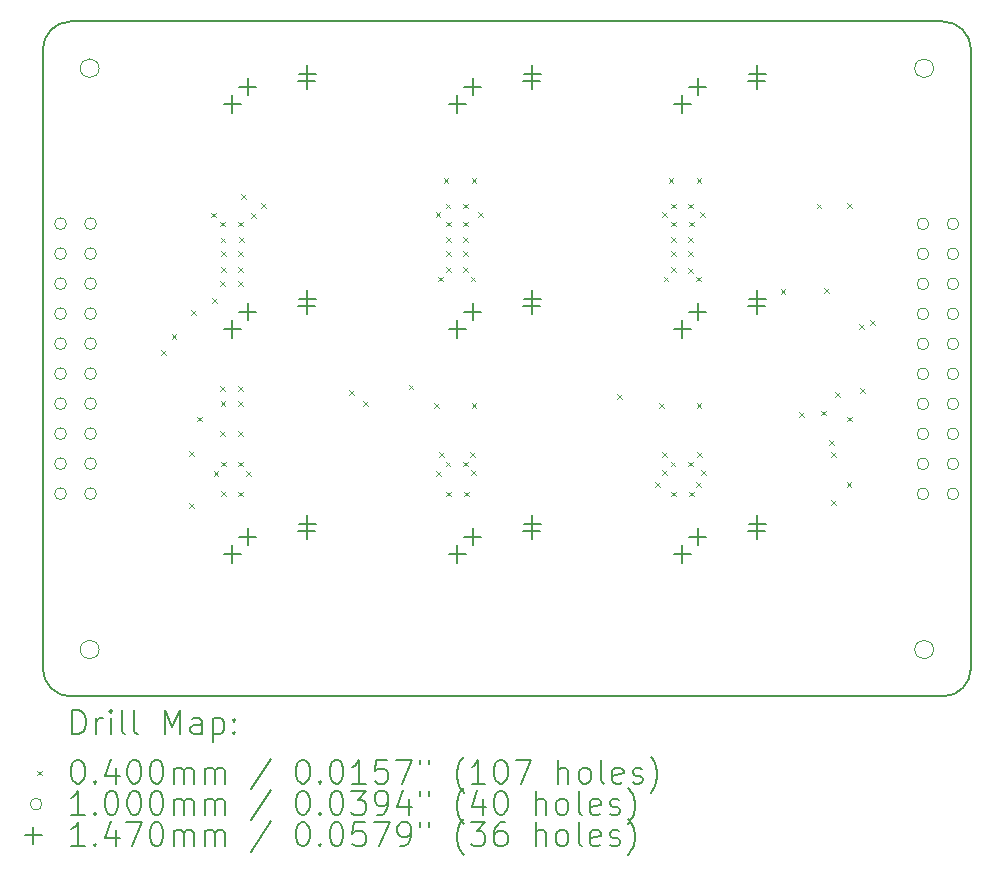
<source format=gbr>
%TF.GenerationSoftware,KiCad,Pcbnew,(6.0.9)*%
%TF.CreationDate,2023-03-10T16:46:29-06:00*%
%TF.ProjectId,Programmable Keys,50726f67-7261-46d6-9d61-626c65204b65,rev?*%
%TF.SameCoordinates,Original*%
%TF.FileFunction,Drillmap*%
%TF.FilePolarity,Positive*%
%FSLAX45Y45*%
G04 Gerber Fmt 4.5, Leading zero omitted, Abs format (unit mm)*
G04 Created by KiCad (PCBNEW (6.0.9)) date 2023-03-10 16:46:29*
%MOMM*%
%LPD*%
G01*
G04 APERTURE LIST*
%ADD10C,0.150000*%
%ADD11C,0.100000*%
%ADD12C,0.200000*%
%ADD13C,0.040000*%
%ADD14C,0.147000*%
G04 APERTURE END LIST*
D10*
X14763750Y-10715625D02*
G75*
G03*
X15001875Y-10953750I237600J-525D01*
G01*
D11*
X15240000Y-10556875D02*
G75*
G03*
X15240000Y-10556875I-79375J0D01*
G01*
D10*
X15001875Y-5238750D02*
X22383750Y-5238750D01*
D11*
X22304375Y-10556875D02*
G75*
G03*
X22304375Y-10556875I-79375J0D01*
G01*
D10*
X22383750Y-10953755D02*
G75*
G03*
X22621875Y-10715625I-10J238135D01*
G01*
X14763750Y-10715625D02*
X14763750Y-5476875D01*
X15001875Y-10953750D02*
X22383750Y-10953750D01*
D11*
X22304375Y-5635625D02*
G75*
G03*
X22304375Y-5635625I-79375J0D01*
G01*
D10*
X22621870Y-5476875D02*
G75*
G03*
X22383750Y-5238750I-238120J5D01*
G01*
X22621875Y-5476875D02*
X22621875Y-10715625D01*
D11*
X15240000Y-5635625D02*
G75*
G03*
X15240000Y-5635625I-79375J0D01*
G01*
D10*
X15001875Y-5238750D02*
G75*
G03*
X14763750Y-5476875I5J-238130D01*
G01*
D12*
D13*
X15765000Y-8019700D02*
X15805000Y-8059700D01*
X15805000Y-8019700D02*
X15765000Y-8059700D01*
X15855000Y-7887450D02*
X15895000Y-7927450D01*
X15895000Y-7887450D02*
X15855000Y-7927450D01*
X16000000Y-8875000D02*
X16040000Y-8915000D01*
X16040000Y-8875000D02*
X16000000Y-8915000D01*
X16000000Y-9320000D02*
X16040000Y-9360000D01*
X16040000Y-9320000D02*
X16000000Y-9360000D01*
X16017550Y-7685000D02*
X16057550Y-7725000D01*
X16057550Y-7685000D02*
X16017550Y-7725000D01*
X16070000Y-8585000D02*
X16110000Y-8625000D01*
X16110000Y-8585000D02*
X16070000Y-8625000D01*
X16190000Y-6858800D02*
X16230000Y-6898800D01*
X16230000Y-6858800D02*
X16190000Y-6898800D01*
X16200000Y-7580000D02*
X16240000Y-7620000D01*
X16240000Y-7580000D02*
X16200000Y-7620000D01*
X16210000Y-9045000D02*
X16250000Y-9085000D01*
X16250000Y-9045000D02*
X16210000Y-9085000D01*
X16265000Y-6935000D02*
X16305000Y-6975000D01*
X16305000Y-6935000D02*
X16265000Y-6975000D01*
X16265000Y-7440000D02*
X16305000Y-7480000D01*
X16305000Y-7440000D02*
X16265000Y-7480000D01*
X16265000Y-8325000D02*
X16305000Y-8365000D01*
X16305000Y-8325000D02*
X16265000Y-8365000D01*
X16265000Y-8710000D02*
X16305000Y-8750000D01*
X16305000Y-8710000D02*
X16265000Y-8750000D01*
X16270000Y-7070000D02*
X16310000Y-7110000D01*
X16310000Y-7070000D02*
X16270000Y-7110000D01*
X16270000Y-8455000D02*
X16310000Y-8495000D01*
X16310000Y-8455000D02*
X16270000Y-8495000D01*
X16274675Y-7185000D02*
X16314675Y-7225000D01*
X16314675Y-7185000D02*
X16274675Y-7225000D01*
X16274675Y-7320000D02*
X16314675Y-7360000D01*
X16314675Y-7320000D02*
X16274675Y-7360000D01*
X16274675Y-8965000D02*
X16314675Y-9005000D01*
X16314675Y-8965000D02*
X16274675Y-9005000D01*
X16274675Y-9215000D02*
X16314675Y-9255000D01*
X16314675Y-9215000D02*
X16274675Y-9255000D01*
X16419575Y-6935000D02*
X16459575Y-6975000D01*
X16459575Y-6935000D02*
X16419575Y-6975000D01*
X16419575Y-7185000D02*
X16459575Y-7225000D01*
X16459575Y-7185000D02*
X16419575Y-7225000D01*
X16419575Y-7320000D02*
X16459575Y-7360000D01*
X16459575Y-7320000D02*
X16419575Y-7360000D01*
X16419575Y-7435000D02*
X16459575Y-7475000D01*
X16459575Y-7435000D02*
X16419575Y-7475000D01*
X16419575Y-7435000D02*
X16459575Y-7475000D01*
X16459575Y-7435000D02*
X16419575Y-7475000D01*
X16419575Y-8325000D02*
X16459575Y-8365000D01*
X16459575Y-8325000D02*
X16419575Y-8365000D01*
X16419575Y-8455000D02*
X16459575Y-8495000D01*
X16459575Y-8455000D02*
X16419575Y-8495000D01*
X16419575Y-8710000D02*
X16459575Y-8750000D01*
X16459575Y-8710000D02*
X16419575Y-8750000D01*
X16419575Y-9220000D02*
X16459575Y-9260000D01*
X16459575Y-9220000D02*
X16419575Y-9260000D01*
X16420000Y-8965000D02*
X16460000Y-9005000D01*
X16460000Y-8965000D02*
X16420000Y-9005000D01*
X16425000Y-7065000D02*
X16465000Y-7105000D01*
X16465000Y-7065000D02*
X16425000Y-7105000D01*
X16440000Y-6702050D02*
X16480000Y-6742050D01*
X16480000Y-6702050D02*
X16440000Y-6742050D01*
X16485000Y-9045000D02*
X16525000Y-9085000D01*
X16525000Y-9045000D02*
X16485000Y-9085000D01*
X16525000Y-6860000D02*
X16565000Y-6900000D01*
X16565000Y-6860000D02*
X16525000Y-6900000D01*
X16610000Y-6780000D02*
X16650000Y-6820000D01*
X16650000Y-6780000D02*
X16610000Y-6820000D01*
X17360000Y-8360000D02*
X17400000Y-8400000D01*
X17400000Y-8360000D02*
X17360000Y-8400000D01*
X17475000Y-8455000D02*
X17515000Y-8495000D01*
X17515000Y-8455000D02*
X17475000Y-8495000D01*
X17860000Y-8315000D02*
X17900000Y-8355000D01*
X17900000Y-8315000D02*
X17860000Y-8355000D01*
X18077500Y-8473125D02*
X18117500Y-8513125D01*
X18117500Y-8473125D02*
X18077500Y-8513125D01*
X18090000Y-6855000D02*
X18130000Y-6895000D01*
X18130000Y-6855000D02*
X18090000Y-6895000D01*
X18095000Y-9045000D02*
X18135000Y-9085000D01*
X18135000Y-9045000D02*
X18095000Y-9085000D01*
X18110000Y-7400000D02*
X18150000Y-7440000D01*
X18150000Y-7400000D02*
X18110000Y-7440000D01*
X18118228Y-8882738D02*
X18158228Y-8922738D01*
X18158228Y-8882738D02*
X18118228Y-8922738D01*
X18156875Y-6568125D02*
X18196875Y-6608125D01*
X18196875Y-6568125D02*
X18156875Y-6608125D01*
X18175000Y-6782550D02*
X18215000Y-6822550D01*
X18215000Y-6782550D02*
X18175000Y-6822550D01*
X18175000Y-8965000D02*
X18215000Y-9005000D01*
X18215000Y-8965000D02*
X18175000Y-9005000D01*
X18179675Y-6935000D02*
X18219675Y-6975000D01*
X18219675Y-6935000D02*
X18179675Y-6975000D01*
X18179675Y-7065000D02*
X18219675Y-7105000D01*
X18219675Y-7065000D02*
X18179675Y-7105000D01*
X18179675Y-7185000D02*
X18219675Y-7225000D01*
X18219675Y-7185000D02*
X18179675Y-7225000D01*
X18179675Y-7320000D02*
X18219675Y-7360000D01*
X18219675Y-7320000D02*
X18179675Y-7360000D01*
X18179675Y-9220000D02*
X18219675Y-9260000D01*
X18219675Y-9220000D02*
X18179675Y-9260000D01*
X18324575Y-6935000D02*
X18364575Y-6975000D01*
X18364575Y-6935000D02*
X18324575Y-6975000D01*
X18324575Y-7065000D02*
X18364575Y-7105000D01*
X18364575Y-7065000D02*
X18324575Y-7105000D01*
X18324575Y-7185000D02*
X18364575Y-7225000D01*
X18364575Y-7185000D02*
X18324575Y-7225000D01*
X18324575Y-7320000D02*
X18364575Y-7360000D01*
X18364575Y-7320000D02*
X18324575Y-7360000D01*
X18325000Y-6782550D02*
X18365000Y-6822550D01*
X18365000Y-6782550D02*
X18325000Y-6822550D01*
X18325000Y-8965000D02*
X18365000Y-9005000D01*
X18365000Y-8965000D02*
X18325000Y-9005000D01*
X18330000Y-9220000D02*
X18370000Y-9260000D01*
X18370000Y-9220000D02*
X18330000Y-9260000D01*
X18384107Y-8884400D02*
X18424107Y-8924400D01*
X18424107Y-8884400D02*
X18384107Y-8924400D01*
X18385000Y-7400000D02*
X18425000Y-7440000D01*
X18425000Y-7400000D02*
X18385000Y-7440000D01*
X18390461Y-9040531D02*
X18430461Y-9080531D01*
X18430461Y-9040531D02*
X18390461Y-9080531D01*
X18395000Y-6568125D02*
X18435000Y-6608125D01*
X18435000Y-6568125D02*
X18395000Y-6608125D01*
X18395000Y-8473125D02*
X18435000Y-8513125D01*
X18435000Y-8473125D02*
X18395000Y-8513125D01*
X18450000Y-6855000D02*
X18490000Y-6895000D01*
X18490000Y-6855000D02*
X18450000Y-6895000D01*
X19625000Y-8395000D02*
X19665000Y-8435000D01*
X19665000Y-8395000D02*
X19625000Y-8435000D01*
X19950000Y-9140000D02*
X19990000Y-9180000D01*
X19990000Y-9140000D02*
X19950000Y-9180000D01*
X19982500Y-8473125D02*
X20022500Y-8513125D01*
X20022500Y-8473125D02*
X19982500Y-8513125D01*
X20005000Y-6855000D02*
X20045000Y-6895000D01*
X20045000Y-6855000D02*
X20005000Y-6895000D01*
X20005000Y-9040000D02*
X20045000Y-9080000D01*
X20045000Y-9040000D02*
X20005000Y-9080000D01*
X20010000Y-8885000D02*
X20050000Y-8925000D01*
X20050000Y-8885000D02*
X20010000Y-8925000D01*
X20020000Y-7400000D02*
X20060000Y-7440000D01*
X20060000Y-7400000D02*
X20020000Y-7440000D01*
X20061875Y-6568125D02*
X20101875Y-6608125D01*
X20101875Y-6568125D02*
X20061875Y-6608125D01*
X20080000Y-8965000D02*
X20120000Y-9005000D01*
X20120000Y-8965000D02*
X20080000Y-9005000D01*
X20084675Y-6782550D02*
X20124675Y-6822550D01*
X20124675Y-6782550D02*
X20084675Y-6822550D01*
X20084675Y-6935000D02*
X20124675Y-6975000D01*
X20124675Y-6935000D02*
X20084675Y-6975000D01*
X20084675Y-7065000D02*
X20124675Y-7105000D01*
X20124675Y-7065000D02*
X20084675Y-7105000D01*
X20084675Y-7185000D02*
X20124675Y-7225000D01*
X20124675Y-7185000D02*
X20084675Y-7225000D01*
X20084675Y-7320000D02*
X20124675Y-7360000D01*
X20124675Y-7320000D02*
X20084675Y-7360000D01*
X20084675Y-9220000D02*
X20124675Y-9260000D01*
X20124675Y-9220000D02*
X20084675Y-9260000D01*
X20229575Y-6782550D02*
X20269575Y-6822550D01*
X20269575Y-6782550D02*
X20229575Y-6822550D01*
X20229575Y-7065000D02*
X20269575Y-7105000D01*
X20269575Y-7065000D02*
X20229575Y-7105000D01*
X20229575Y-8965000D02*
X20269575Y-9005000D01*
X20269575Y-8965000D02*
X20229575Y-9005000D01*
X20230000Y-7185000D02*
X20270000Y-7225000D01*
X20270000Y-7185000D02*
X20230000Y-7225000D01*
X20230000Y-7325000D02*
X20270000Y-7365000D01*
X20270000Y-7325000D02*
X20230000Y-7365000D01*
X20235000Y-6935000D02*
X20275000Y-6975000D01*
X20275000Y-6935000D02*
X20235000Y-6975000D01*
X20235000Y-9220000D02*
X20275000Y-9260000D01*
X20275000Y-9220000D02*
X20235000Y-9260000D01*
X20294107Y-9139400D02*
X20334107Y-9179400D01*
X20334107Y-9139400D02*
X20294107Y-9179400D01*
X20295461Y-7400531D02*
X20335461Y-7440531D01*
X20335461Y-7400531D02*
X20295461Y-7440531D01*
X20300000Y-6568125D02*
X20340000Y-6608125D01*
X20340000Y-6568125D02*
X20300000Y-6608125D01*
X20300000Y-8473125D02*
X20340000Y-8513125D01*
X20340000Y-8473125D02*
X20300000Y-8513125D01*
X20305000Y-8885000D02*
X20345000Y-8925000D01*
X20345000Y-8885000D02*
X20305000Y-8925000D01*
X20330000Y-6855000D02*
X20370000Y-6895000D01*
X20370000Y-6855000D02*
X20330000Y-6895000D01*
X20335000Y-9040000D02*
X20375000Y-9080000D01*
X20375000Y-9040000D02*
X20335000Y-9080000D01*
X21010000Y-7505000D02*
X21050000Y-7545000D01*
X21050000Y-7505000D02*
X21010000Y-7545000D01*
X21165000Y-8545575D02*
X21205000Y-8585575D01*
X21205000Y-8545575D02*
X21165000Y-8585575D01*
X21315000Y-6782550D02*
X21355000Y-6822550D01*
X21355000Y-6782550D02*
X21315000Y-6822550D01*
X21355000Y-8535000D02*
X21395000Y-8575000D01*
X21395000Y-8535000D02*
X21355000Y-8575000D01*
X21380000Y-7500000D02*
X21420000Y-7540000D01*
X21420000Y-7500000D02*
X21380000Y-7540000D01*
X21420000Y-8784200D02*
X21460000Y-8824200D01*
X21460000Y-8784200D02*
X21420000Y-8824200D01*
X21440000Y-8885000D02*
X21480000Y-8925000D01*
X21480000Y-8885000D02*
X21440000Y-8925000D01*
X21440000Y-9292200D02*
X21480000Y-9332200D01*
X21480000Y-9292200D02*
X21440000Y-9332200D01*
X21475000Y-8380000D02*
X21515000Y-8420000D01*
X21515000Y-8380000D02*
X21475000Y-8420000D01*
X21570000Y-9140000D02*
X21610000Y-9180000D01*
X21610000Y-9140000D02*
X21570000Y-9180000D01*
X21575000Y-6780000D02*
X21615000Y-6820000D01*
X21615000Y-6780000D02*
X21575000Y-6820000D01*
X21575000Y-8585000D02*
X21615000Y-8625000D01*
X21615000Y-8585000D02*
X21575000Y-8625000D01*
X21675000Y-7805000D02*
X21715000Y-7845000D01*
X21715000Y-7805000D02*
X21675000Y-7845000D01*
X21685000Y-8345000D02*
X21725000Y-8385000D01*
X21725000Y-8345000D02*
X21685000Y-8385000D01*
X21768154Y-7768773D02*
X21808154Y-7808773D01*
X21808154Y-7768773D02*
X21768154Y-7808773D01*
D11*
X14963500Y-6951250D02*
G75*
G03*
X14963500Y-6951250I-50000J0D01*
G01*
X14963500Y-7205250D02*
G75*
G03*
X14963500Y-7205250I-50000J0D01*
G01*
X14963500Y-7459250D02*
G75*
G03*
X14963500Y-7459250I-50000J0D01*
G01*
X14963500Y-7713250D02*
G75*
G03*
X14963500Y-7713250I-50000J0D01*
G01*
X14963500Y-7967250D02*
G75*
G03*
X14963500Y-7967250I-50000J0D01*
G01*
X14963500Y-8221250D02*
G75*
G03*
X14963500Y-8221250I-50000J0D01*
G01*
X14963500Y-8475250D02*
G75*
G03*
X14963500Y-8475250I-50000J0D01*
G01*
X14963500Y-8729250D02*
G75*
G03*
X14963500Y-8729250I-50000J0D01*
G01*
X14963500Y-8983250D02*
G75*
G03*
X14963500Y-8983250I-50000J0D01*
G01*
X14963500Y-9237250D02*
G75*
G03*
X14963500Y-9237250I-50000J0D01*
G01*
X15217500Y-6951250D02*
G75*
G03*
X15217500Y-6951250I-50000J0D01*
G01*
X15217500Y-7205250D02*
G75*
G03*
X15217500Y-7205250I-50000J0D01*
G01*
X15217500Y-7459250D02*
G75*
G03*
X15217500Y-7459250I-50000J0D01*
G01*
X15217500Y-7713250D02*
G75*
G03*
X15217500Y-7713250I-50000J0D01*
G01*
X15217500Y-7967250D02*
G75*
G03*
X15217500Y-7967250I-50000J0D01*
G01*
X15217500Y-8221250D02*
G75*
G03*
X15217500Y-8221250I-50000J0D01*
G01*
X15217500Y-8475250D02*
G75*
G03*
X15217500Y-8475250I-50000J0D01*
G01*
X15217500Y-8729250D02*
G75*
G03*
X15217500Y-8729250I-50000J0D01*
G01*
X15217500Y-8983250D02*
G75*
G03*
X15217500Y-8983250I-50000J0D01*
G01*
X15217500Y-9237250D02*
G75*
G03*
X15217500Y-9237250I-50000J0D01*
G01*
X22265625Y-6953750D02*
G75*
G03*
X22265625Y-6953750I-50000J0D01*
G01*
X22265625Y-7207750D02*
G75*
G03*
X22265625Y-7207750I-50000J0D01*
G01*
X22265625Y-7461750D02*
G75*
G03*
X22265625Y-7461750I-50000J0D01*
G01*
X22265625Y-7715750D02*
G75*
G03*
X22265625Y-7715750I-50000J0D01*
G01*
X22265625Y-7969750D02*
G75*
G03*
X22265625Y-7969750I-50000J0D01*
G01*
X22265625Y-8223750D02*
G75*
G03*
X22265625Y-8223750I-50000J0D01*
G01*
X22265625Y-8477750D02*
G75*
G03*
X22265625Y-8477750I-50000J0D01*
G01*
X22265625Y-8731750D02*
G75*
G03*
X22265625Y-8731750I-50000J0D01*
G01*
X22265625Y-8985750D02*
G75*
G03*
X22265625Y-8985750I-50000J0D01*
G01*
X22265625Y-9239750D02*
G75*
G03*
X22265625Y-9239750I-50000J0D01*
G01*
X22519625Y-6953750D02*
G75*
G03*
X22519625Y-6953750I-50000J0D01*
G01*
X22519625Y-7207750D02*
G75*
G03*
X22519625Y-7207750I-50000J0D01*
G01*
X22519625Y-7461750D02*
G75*
G03*
X22519625Y-7461750I-50000J0D01*
G01*
X22519625Y-7715750D02*
G75*
G03*
X22519625Y-7715750I-50000J0D01*
G01*
X22519625Y-7969750D02*
G75*
G03*
X22519625Y-7969750I-50000J0D01*
G01*
X22519625Y-8223750D02*
G75*
G03*
X22519625Y-8223750I-50000J0D01*
G01*
X22519625Y-8477750D02*
G75*
G03*
X22519625Y-8477750I-50000J0D01*
G01*
X22519625Y-8731750D02*
G75*
G03*
X22519625Y-8731750I-50000J0D01*
G01*
X22519625Y-8985750D02*
G75*
G03*
X22519625Y-8985750I-50000J0D01*
G01*
X22519625Y-9239750D02*
G75*
G03*
X22519625Y-9239750I-50000J0D01*
G01*
D14*
X16367125Y-5863750D02*
X16367125Y-6010750D01*
X16293625Y-5937250D02*
X16440625Y-5937250D01*
X16367125Y-7768750D02*
X16367125Y-7915750D01*
X16293625Y-7842250D02*
X16440625Y-7842250D01*
X16367125Y-9673750D02*
X16367125Y-9820750D01*
X16293625Y-9747250D02*
X16440625Y-9747250D01*
X16498125Y-5717750D02*
X16498125Y-5864750D01*
X16424625Y-5791250D02*
X16571625Y-5791250D01*
X16498125Y-7622750D02*
X16498125Y-7769750D01*
X16424625Y-7696250D02*
X16571625Y-7696250D01*
X16498125Y-9527750D02*
X16498125Y-9674750D01*
X16424625Y-9601250D02*
X16571625Y-9601250D01*
X16998125Y-5667750D02*
X16998125Y-5814750D01*
X16924625Y-5741250D02*
X17071625Y-5741250D01*
X16998125Y-7572750D02*
X16998125Y-7719750D01*
X16924625Y-7646250D02*
X17071625Y-7646250D01*
X16998125Y-9477750D02*
X16998125Y-9624750D01*
X16924625Y-9551250D02*
X17071625Y-9551250D01*
X17002125Y-5609750D02*
X17002125Y-5756750D01*
X16928625Y-5683250D02*
X17075625Y-5683250D01*
X17002125Y-7514750D02*
X17002125Y-7661750D01*
X16928625Y-7588250D02*
X17075625Y-7588250D01*
X17002125Y-9419750D02*
X17002125Y-9566750D01*
X16928625Y-9493250D02*
X17075625Y-9493250D01*
X18272125Y-5863750D02*
X18272125Y-6010750D01*
X18198625Y-5937250D02*
X18345625Y-5937250D01*
X18272125Y-7768750D02*
X18272125Y-7915750D01*
X18198625Y-7842250D02*
X18345625Y-7842250D01*
X18272125Y-9673750D02*
X18272125Y-9820750D01*
X18198625Y-9747250D02*
X18345625Y-9747250D01*
X18403125Y-5717750D02*
X18403125Y-5864750D01*
X18329625Y-5791250D02*
X18476625Y-5791250D01*
X18403125Y-7622750D02*
X18403125Y-7769750D01*
X18329625Y-7696250D02*
X18476625Y-7696250D01*
X18403125Y-9527750D02*
X18403125Y-9674750D01*
X18329625Y-9601250D02*
X18476625Y-9601250D01*
X18903125Y-5667750D02*
X18903125Y-5814750D01*
X18829625Y-5741250D02*
X18976625Y-5741250D01*
X18903125Y-7572750D02*
X18903125Y-7719750D01*
X18829625Y-7646250D02*
X18976625Y-7646250D01*
X18903125Y-9477750D02*
X18903125Y-9624750D01*
X18829625Y-9551250D02*
X18976625Y-9551250D01*
X18907125Y-5609750D02*
X18907125Y-5756750D01*
X18833625Y-5683250D02*
X18980625Y-5683250D01*
X18907125Y-7514750D02*
X18907125Y-7661750D01*
X18833625Y-7588250D02*
X18980625Y-7588250D01*
X18907125Y-9419750D02*
X18907125Y-9566750D01*
X18833625Y-9493250D02*
X18980625Y-9493250D01*
X20177125Y-5863750D02*
X20177125Y-6010750D01*
X20103625Y-5937250D02*
X20250625Y-5937250D01*
X20177125Y-7768750D02*
X20177125Y-7915750D01*
X20103625Y-7842250D02*
X20250625Y-7842250D01*
X20177125Y-9673750D02*
X20177125Y-9820750D01*
X20103625Y-9747250D02*
X20250625Y-9747250D01*
X20308125Y-5717750D02*
X20308125Y-5864750D01*
X20234625Y-5791250D02*
X20381625Y-5791250D01*
X20308125Y-7622750D02*
X20308125Y-7769750D01*
X20234625Y-7696250D02*
X20381625Y-7696250D01*
X20308125Y-9527750D02*
X20308125Y-9674750D01*
X20234625Y-9601250D02*
X20381625Y-9601250D01*
X20808125Y-5667750D02*
X20808125Y-5814750D01*
X20734625Y-5741250D02*
X20881625Y-5741250D01*
X20808125Y-7572750D02*
X20808125Y-7719750D01*
X20734625Y-7646250D02*
X20881625Y-7646250D01*
X20808125Y-9477750D02*
X20808125Y-9624750D01*
X20734625Y-9551250D02*
X20881625Y-9551250D01*
X20812125Y-5609750D02*
X20812125Y-5756750D01*
X20738625Y-5683250D02*
X20885625Y-5683250D01*
X20812125Y-7514750D02*
X20812125Y-7661750D01*
X20738625Y-7588250D02*
X20885625Y-7588250D01*
X20812125Y-9419750D02*
X20812125Y-9566750D01*
X20738625Y-9493250D02*
X20885625Y-9493250D01*
D12*
X15013869Y-11271727D02*
X15013869Y-11071727D01*
X15061488Y-11071727D01*
X15090059Y-11081251D01*
X15109107Y-11100298D01*
X15118631Y-11119346D01*
X15128155Y-11157441D01*
X15128155Y-11186012D01*
X15118631Y-11224108D01*
X15109107Y-11243155D01*
X15090059Y-11262203D01*
X15061488Y-11271727D01*
X15013869Y-11271727D01*
X15213869Y-11271727D02*
X15213869Y-11138393D01*
X15213869Y-11176489D02*
X15223393Y-11157441D01*
X15232917Y-11147917D01*
X15251964Y-11138393D01*
X15271012Y-11138393D01*
X15337678Y-11271727D02*
X15337678Y-11138393D01*
X15337678Y-11071727D02*
X15328155Y-11081251D01*
X15337678Y-11090774D01*
X15347202Y-11081251D01*
X15337678Y-11071727D01*
X15337678Y-11090774D01*
X15461488Y-11271727D02*
X15442440Y-11262203D01*
X15432917Y-11243155D01*
X15432917Y-11071727D01*
X15566250Y-11271727D02*
X15547202Y-11262203D01*
X15537678Y-11243155D01*
X15537678Y-11071727D01*
X15794821Y-11271727D02*
X15794821Y-11071727D01*
X15861488Y-11214584D01*
X15928155Y-11071727D01*
X15928155Y-11271727D01*
X16109107Y-11271727D02*
X16109107Y-11166965D01*
X16099583Y-11147917D01*
X16080536Y-11138393D01*
X16042440Y-11138393D01*
X16023393Y-11147917D01*
X16109107Y-11262203D02*
X16090059Y-11271727D01*
X16042440Y-11271727D01*
X16023393Y-11262203D01*
X16013869Y-11243155D01*
X16013869Y-11224108D01*
X16023393Y-11205060D01*
X16042440Y-11195536D01*
X16090059Y-11195536D01*
X16109107Y-11186012D01*
X16204345Y-11138393D02*
X16204345Y-11338393D01*
X16204345Y-11147917D02*
X16223393Y-11138393D01*
X16261488Y-11138393D01*
X16280536Y-11147917D01*
X16290059Y-11157441D01*
X16299583Y-11176489D01*
X16299583Y-11233631D01*
X16290059Y-11252679D01*
X16280536Y-11262203D01*
X16261488Y-11271727D01*
X16223393Y-11271727D01*
X16204345Y-11262203D01*
X16385298Y-11252679D02*
X16394821Y-11262203D01*
X16385298Y-11271727D01*
X16375774Y-11262203D01*
X16385298Y-11252679D01*
X16385298Y-11271727D01*
X16385298Y-11147917D02*
X16394821Y-11157441D01*
X16385298Y-11166965D01*
X16375774Y-11157441D01*
X16385298Y-11147917D01*
X16385298Y-11166965D01*
D13*
X14716250Y-11581251D02*
X14756250Y-11621251D01*
X14756250Y-11581251D02*
X14716250Y-11621251D01*
D12*
X15051964Y-11491727D02*
X15071012Y-11491727D01*
X15090059Y-11501251D01*
X15099583Y-11510774D01*
X15109107Y-11529822D01*
X15118631Y-11567917D01*
X15118631Y-11615536D01*
X15109107Y-11653631D01*
X15099583Y-11672679D01*
X15090059Y-11682203D01*
X15071012Y-11691727D01*
X15051964Y-11691727D01*
X15032917Y-11682203D01*
X15023393Y-11672679D01*
X15013869Y-11653631D01*
X15004345Y-11615536D01*
X15004345Y-11567917D01*
X15013869Y-11529822D01*
X15023393Y-11510774D01*
X15032917Y-11501251D01*
X15051964Y-11491727D01*
X15204345Y-11672679D02*
X15213869Y-11682203D01*
X15204345Y-11691727D01*
X15194821Y-11682203D01*
X15204345Y-11672679D01*
X15204345Y-11691727D01*
X15385298Y-11558393D02*
X15385298Y-11691727D01*
X15337678Y-11482203D02*
X15290059Y-11625060D01*
X15413869Y-11625060D01*
X15528155Y-11491727D02*
X15547202Y-11491727D01*
X15566250Y-11501251D01*
X15575774Y-11510774D01*
X15585298Y-11529822D01*
X15594821Y-11567917D01*
X15594821Y-11615536D01*
X15585298Y-11653631D01*
X15575774Y-11672679D01*
X15566250Y-11682203D01*
X15547202Y-11691727D01*
X15528155Y-11691727D01*
X15509107Y-11682203D01*
X15499583Y-11672679D01*
X15490059Y-11653631D01*
X15480536Y-11615536D01*
X15480536Y-11567917D01*
X15490059Y-11529822D01*
X15499583Y-11510774D01*
X15509107Y-11501251D01*
X15528155Y-11491727D01*
X15718631Y-11491727D02*
X15737678Y-11491727D01*
X15756726Y-11501251D01*
X15766250Y-11510774D01*
X15775774Y-11529822D01*
X15785298Y-11567917D01*
X15785298Y-11615536D01*
X15775774Y-11653631D01*
X15766250Y-11672679D01*
X15756726Y-11682203D01*
X15737678Y-11691727D01*
X15718631Y-11691727D01*
X15699583Y-11682203D01*
X15690059Y-11672679D01*
X15680536Y-11653631D01*
X15671012Y-11615536D01*
X15671012Y-11567917D01*
X15680536Y-11529822D01*
X15690059Y-11510774D01*
X15699583Y-11501251D01*
X15718631Y-11491727D01*
X15871012Y-11691727D02*
X15871012Y-11558393D01*
X15871012Y-11577441D02*
X15880536Y-11567917D01*
X15899583Y-11558393D01*
X15928155Y-11558393D01*
X15947202Y-11567917D01*
X15956726Y-11586965D01*
X15956726Y-11691727D01*
X15956726Y-11586965D02*
X15966250Y-11567917D01*
X15985298Y-11558393D01*
X16013869Y-11558393D01*
X16032917Y-11567917D01*
X16042440Y-11586965D01*
X16042440Y-11691727D01*
X16137678Y-11691727D02*
X16137678Y-11558393D01*
X16137678Y-11577441D02*
X16147202Y-11567917D01*
X16166250Y-11558393D01*
X16194821Y-11558393D01*
X16213869Y-11567917D01*
X16223393Y-11586965D01*
X16223393Y-11691727D01*
X16223393Y-11586965D02*
X16232917Y-11567917D01*
X16251964Y-11558393D01*
X16280536Y-11558393D01*
X16299583Y-11567917D01*
X16309107Y-11586965D01*
X16309107Y-11691727D01*
X16699583Y-11482203D02*
X16528155Y-11739346D01*
X16956726Y-11491727D02*
X16975774Y-11491727D01*
X16994821Y-11501251D01*
X17004345Y-11510774D01*
X17013869Y-11529822D01*
X17023393Y-11567917D01*
X17023393Y-11615536D01*
X17013869Y-11653631D01*
X17004345Y-11672679D01*
X16994821Y-11682203D01*
X16975774Y-11691727D01*
X16956726Y-11691727D01*
X16937679Y-11682203D01*
X16928155Y-11672679D01*
X16918631Y-11653631D01*
X16909107Y-11615536D01*
X16909107Y-11567917D01*
X16918631Y-11529822D01*
X16928155Y-11510774D01*
X16937679Y-11501251D01*
X16956726Y-11491727D01*
X17109107Y-11672679D02*
X17118631Y-11682203D01*
X17109107Y-11691727D01*
X17099583Y-11682203D01*
X17109107Y-11672679D01*
X17109107Y-11691727D01*
X17242440Y-11491727D02*
X17261488Y-11491727D01*
X17280536Y-11501251D01*
X17290060Y-11510774D01*
X17299583Y-11529822D01*
X17309107Y-11567917D01*
X17309107Y-11615536D01*
X17299583Y-11653631D01*
X17290060Y-11672679D01*
X17280536Y-11682203D01*
X17261488Y-11691727D01*
X17242440Y-11691727D01*
X17223393Y-11682203D01*
X17213869Y-11672679D01*
X17204345Y-11653631D01*
X17194821Y-11615536D01*
X17194821Y-11567917D01*
X17204345Y-11529822D01*
X17213869Y-11510774D01*
X17223393Y-11501251D01*
X17242440Y-11491727D01*
X17499583Y-11691727D02*
X17385298Y-11691727D01*
X17442440Y-11691727D02*
X17442440Y-11491727D01*
X17423393Y-11520298D01*
X17404345Y-11539346D01*
X17385298Y-11548870D01*
X17680536Y-11491727D02*
X17585298Y-11491727D01*
X17575774Y-11586965D01*
X17585298Y-11577441D01*
X17604345Y-11567917D01*
X17651964Y-11567917D01*
X17671012Y-11577441D01*
X17680536Y-11586965D01*
X17690060Y-11606012D01*
X17690060Y-11653631D01*
X17680536Y-11672679D01*
X17671012Y-11682203D01*
X17651964Y-11691727D01*
X17604345Y-11691727D01*
X17585298Y-11682203D01*
X17575774Y-11672679D01*
X17756726Y-11491727D02*
X17890060Y-11491727D01*
X17804345Y-11691727D01*
X17956726Y-11491727D02*
X17956726Y-11529822D01*
X18032917Y-11491727D02*
X18032917Y-11529822D01*
X18328155Y-11767917D02*
X18318631Y-11758393D01*
X18299583Y-11729822D01*
X18290060Y-11710774D01*
X18280536Y-11682203D01*
X18271012Y-11634584D01*
X18271012Y-11596489D01*
X18280536Y-11548870D01*
X18290060Y-11520298D01*
X18299583Y-11501251D01*
X18318631Y-11472679D01*
X18328155Y-11463155D01*
X18509107Y-11691727D02*
X18394821Y-11691727D01*
X18451964Y-11691727D02*
X18451964Y-11491727D01*
X18432917Y-11520298D01*
X18413869Y-11539346D01*
X18394821Y-11548870D01*
X18632917Y-11491727D02*
X18651964Y-11491727D01*
X18671012Y-11501251D01*
X18680536Y-11510774D01*
X18690060Y-11529822D01*
X18699583Y-11567917D01*
X18699583Y-11615536D01*
X18690060Y-11653631D01*
X18680536Y-11672679D01*
X18671012Y-11682203D01*
X18651964Y-11691727D01*
X18632917Y-11691727D01*
X18613869Y-11682203D01*
X18604345Y-11672679D01*
X18594821Y-11653631D01*
X18585298Y-11615536D01*
X18585298Y-11567917D01*
X18594821Y-11529822D01*
X18604345Y-11510774D01*
X18613869Y-11501251D01*
X18632917Y-11491727D01*
X18766250Y-11491727D02*
X18899583Y-11491727D01*
X18813869Y-11691727D01*
X19128155Y-11691727D02*
X19128155Y-11491727D01*
X19213869Y-11691727D02*
X19213869Y-11586965D01*
X19204345Y-11567917D01*
X19185298Y-11558393D01*
X19156726Y-11558393D01*
X19137679Y-11567917D01*
X19128155Y-11577441D01*
X19337679Y-11691727D02*
X19318631Y-11682203D01*
X19309107Y-11672679D01*
X19299583Y-11653631D01*
X19299583Y-11596489D01*
X19309107Y-11577441D01*
X19318631Y-11567917D01*
X19337679Y-11558393D01*
X19366250Y-11558393D01*
X19385298Y-11567917D01*
X19394821Y-11577441D01*
X19404345Y-11596489D01*
X19404345Y-11653631D01*
X19394821Y-11672679D01*
X19385298Y-11682203D01*
X19366250Y-11691727D01*
X19337679Y-11691727D01*
X19518631Y-11691727D02*
X19499583Y-11682203D01*
X19490060Y-11663155D01*
X19490060Y-11491727D01*
X19671012Y-11682203D02*
X19651964Y-11691727D01*
X19613869Y-11691727D01*
X19594821Y-11682203D01*
X19585298Y-11663155D01*
X19585298Y-11586965D01*
X19594821Y-11567917D01*
X19613869Y-11558393D01*
X19651964Y-11558393D01*
X19671012Y-11567917D01*
X19680536Y-11586965D01*
X19680536Y-11606012D01*
X19585298Y-11625060D01*
X19756726Y-11682203D02*
X19775774Y-11691727D01*
X19813869Y-11691727D01*
X19832917Y-11682203D01*
X19842440Y-11663155D01*
X19842440Y-11653631D01*
X19832917Y-11634584D01*
X19813869Y-11625060D01*
X19785298Y-11625060D01*
X19766250Y-11615536D01*
X19756726Y-11596489D01*
X19756726Y-11586965D01*
X19766250Y-11567917D01*
X19785298Y-11558393D01*
X19813869Y-11558393D01*
X19832917Y-11567917D01*
X19909107Y-11767917D02*
X19918631Y-11758393D01*
X19937679Y-11729822D01*
X19947202Y-11710774D01*
X19956726Y-11682203D01*
X19966250Y-11634584D01*
X19966250Y-11596489D01*
X19956726Y-11548870D01*
X19947202Y-11520298D01*
X19937679Y-11501251D01*
X19918631Y-11472679D01*
X19909107Y-11463155D01*
D11*
X14756250Y-11865251D02*
G75*
G03*
X14756250Y-11865251I-50000J0D01*
G01*
D12*
X15118631Y-11955727D02*
X15004345Y-11955727D01*
X15061488Y-11955727D02*
X15061488Y-11755727D01*
X15042440Y-11784298D01*
X15023393Y-11803346D01*
X15004345Y-11812870D01*
X15204345Y-11936679D02*
X15213869Y-11946203D01*
X15204345Y-11955727D01*
X15194821Y-11946203D01*
X15204345Y-11936679D01*
X15204345Y-11955727D01*
X15337678Y-11755727D02*
X15356726Y-11755727D01*
X15375774Y-11765251D01*
X15385298Y-11774774D01*
X15394821Y-11793822D01*
X15404345Y-11831917D01*
X15404345Y-11879536D01*
X15394821Y-11917631D01*
X15385298Y-11936679D01*
X15375774Y-11946203D01*
X15356726Y-11955727D01*
X15337678Y-11955727D01*
X15318631Y-11946203D01*
X15309107Y-11936679D01*
X15299583Y-11917631D01*
X15290059Y-11879536D01*
X15290059Y-11831917D01*
X15299583Y-11793822D01*
X15309107Y-11774774D01*
X15318631Y-11765251D01*
X15337678Y-11755727D01*
X15528155Y-11755727D02*
X15547202Y-11755727D01*
X15566250Y-11765251D01*
X15575774Y-11774774D01*
X15585298Y-11793822D01*
X15594821Y-11831917D01*
X15594821Y-11879536D01*
X15585298Y-11917631D01*
X15575774Y-11936679D01*
X15566250Y-11946203D01*
X15547202Y-11955727D01*
X15528155Y-11955727D01*
X15509107Y-11946203D01*
X15499583Y-11936679D01*
X15490059Y-11917631D01*
X15480536Y-11879536D01*
X15480536Y-11831917D01*
X15490059Y-11793822D01*
X15499583Y-11774774D01*
X15509107Y-11765251D01*
X15528155Y-11755727D01*
X15718631Y-11755727D02*
X15737678Y-11755727D01*
X15756726Y-11765251D01*
X15766250Y-11774774D01*
X15775774Y-11793822D01*
X15785298Y-11831917D01*
X15785298Y-11879536D01*
X15775774Y-11917631D01*
X15766250Y-11936679D01*
X15756726Y-11946203D01*
X15737678Y-11955727D01*
X15718631Y-11955727D01*
X15699583Y-11946203D01*
X15690059Y-11936679D01*
X15680536Y-11917631D01*
X15671012Y-11879536D01*
X15671012Y-11831917D01*
X15680536Y-11793822D01*
X15690059Y-11774774D01*
X15699583Y-11765251D01*
X15718631Y-11755727D01*
X15871012Y-11955727D02*
X15871012Y-11822393D01*
X15871012Y-11841441D02*
X15880536Y-11831917D01*
X15899583Y-11822393D01*
X15928155Y-11822393D01*
X15947202Y-11831917D01*
X15956726Y-11850965D01*
X15956726Y-11955727D01*
X15956726Y-11850965D02*
X15966250Y-11831917D01*
X15985298Y-11822393D01*
X16013869Y-11822393D01*
X16032917Y-11831917D01*
X16042440Y-11850965D01*
X16042440Y-11955727D01*
X16137678Y-11955727D02*
X16137678Y-11822393D01*
X16137678Y-11841441D02*
X16147202Y-11831917D01*
X16166250Y-11822393D01*
X16194821Y-11822393D01*
X16213869Y-11831917D01*
X16223393Y-11850965D01*
X16223393Y-11955727D01*
X16223393Y-11850965D02*
X16232917Y-11831917D01*
X16251964Y-11822393D01*
X16280536Y-11822393D01*
X16299583Y-11831917D01*
X16309107Y-11850965D01*
X16309107Y-11955727D01*
X16699583Y-11746203D02*
X16528155Y-12003346D01*
X16956726Y-11755727D02*
X16975774Y-11755727D01*
X16994821Y-11765251D01*
X17004345Y-11774774D01*
X17013869Y-11793822D01*
X17023393Y-11831917D01*
X17023393Y-11879536D01*
X17013869Y-11917631D01*
X17004345Y-11936679D01*
X16994821Y-11946203D01*
X16975774Y-11955727D01*
X16956726Y-11955727D01*
X16937679Y-11946203D01*
X16928155Y-11936679D01*
X16918631Y-11917631D01*
X16909107Y-11879536D01*
X16909107Y-11831917D01*
X16918631Y-11793822D01*
X16928155Y-11774774D01*
X16937679Y-11765251D01*
X16956726Y-11755727D01*
X17109107Y-11936679D02*
X17118631Y-11946203D01*
X17109107Y-11955727D01*
X17099583Y-11946203D01*
X17109107Y-11936679D01*
X17109107Y-11955727D01*
X17242440Y-11755727D02*
X17261488Y-11755727D01*
X17280536Y-11765251D01*
X17290060Y-11774774D01*
X17299583Y-11793822D01*
X17309107Y-11831917D01*
X17309107Y-11879536D01*
X17299583Y-11917631D01*
X17290060Y-11936679D01*
X17280536Y-11946203D01*
X17261488Y-11955727D01*
X17242440Y-11955727D01*
X17223393Y-11946203D01*
X17213869Y-11936679D01*
X17204345Y-11917631D01*
X17194821Y-11879536D01*
X17194821Y-11831917D01*
X17204345Y-11793822D01*
X17213869Y-11774774D01*
X17223393Y-11765251D01*
X17242440Y-11755727D01*
X17375774Y-11755727D02*
X17499583Y-11755727D01*
X17432917Y-11831917D01*
X17461488Y-11831917D01*
X17480536Y-11841441D01*
X17490060Y-11850965D01*
X17499583Y-11870012D01*
X17499583Y-11917631D01*
X17490060Y-11936679D01*
X17480536Y-11946203D01*
X17461488Y-11955727D01*
X17404345Y-11955727D01*
X17385298Y-11946203D01*
X17375774Y-11936679D01*
X17594821Y-11955727D02*
X17632917Y-11955727D01*
X17651964Y-11946203D01*
X17661488Y-11936679D01*
X17680536Y-11908108D01*
X17690060Y-11870012D01*
X17690060Y-11793822D01*
X17680536Y-11774774D01*
X17671012Y-11765251D01*
X17651964Y-11755727D01*
X17613869Y-11755727D01*
X17594821Y-11765251D01*
X17585298Y-11774774D01*
X17575774Y-11793822D01*
X17575774Y-11841441D01*
X17585298Y-11860489D01*
X17594821Y-11870012D01*
X17613869Y-11879536D01*
X17651964Y-11879536D01*
X17671012Y-11870012D01*
X17680536Y-11860489D01*
X17690060Y-11841441D01*
X17861488Y-11822393D02*
X17861488Y-11955727D01*
X17813869Y-11746203D02*
X17766250Y-11889060D01*
X17890060Y-11889060D01*
X17956726Y-11755727D02*
X17956726Y-11793822D01*
X18032917Y-11755727D02*
X18032917Y-11793822D01*
X18328155Y-12031917D02*
X18318631Y-12022393D01*
X18299583Y-11993822D01*
X18290060Y-11974774D01*
X18280536Y-11946203D01*
X18271012Y-11898584D01*
X18271012Y-11860489D01*
X18280536Y-11812870D01*
X18290060Y-11784298D01*
X18299583Y-11765251D01*
X18318631Y-11736679D01*
X18328155Y-11727155D01*
X18490060Y-11822393D02*
X18490060Y-11955727D01*
X18442440Y-11746203D02*
X18394821Y-11889060D01*
X18518631Y-11889060D01*
X18632917Y-11755727D02*
X18651964Y-11755727D01*
X18671012Y-11765251D01*
X18680536Y-11774774D01*
X18690060Y-11793822D01*
X18699583Y-11831917D01*
X18699583Y-11879536D01*
X18690060Y-11917631D01*
X18680536Y-11936679D01*
X18671012Y-11946203D01*
X18651964Y-11955727D01*
X18632917Y-11955727D01*
X18613869Y-11946203D01*
X18604345Y-11936679D01*
X18594821Y-11917631D01*
X18585298Y-11879536D01*
X18585298Y-11831917D01*
X18594821Y-11793822D01*
X18604345Y-11774774D01*
X18613869Y-11765251D01*
X18632917Y-11755727D01*
X18937679Y-11955727D02*
X18937679Y-11755727D01*
X19023393Y-11955727D02*
X19023393Y-11850965D01*
X19013869Y-11831917D01*
X18994821Y-11822393D01*
X18966250Y-11822393D01*
X18947202Y-11831917D01*
X18937679Y-11841441D01*
X19147202Y-11955727D02*
X19128155Y-11946203D01*
X19118631Y-11936679D01*
X19109107Y-11917631D01*
X19109107Y-11860489D01*
X19118631Y-11841441D01*
X19128155Y-11831917D01*
X19147202Y-11822393D01*
X19175774Y-11822393D01*
X19194821Y-11831917D01*
X19204345Y-11841441D01*
X19213869Y-11860489D01*
X19213869Y-11917631D01*
X19204345Y-11936679D01*
X19194821Y-11946203D01*
X19175774Y-11955727D01*
X19147202Y-11955727D01*
X19328155Y-11955727D02*
X19309107Y-11946203D01*
X19299583Y-11927155D01*
X19299583Y-11755727D01*
X19480536Y-11946203D02*
X19461488Y-11955727D01*
X19423393Y-11955727D01*
X19404345Y-11946203D01*
X19394821Y-11927155D01*
X19394821Y-11850965D01*
X19404345Y-11831917D01*
X19423393Y-11822393D01*
X19461488Y-11822393D01*
X19480536Y-11831917D01*
X19490060Y-11850965D01*
X19490060Y-11870012D01*
X19394821Y-11889060D01*
X19566250Y-11946203D02*
X19585298Y-11955727D01*
X19623393Y-11955727D01*
X19642440Y-11946203D01*
X19651964Y-11927155D01*
X19651964Y-11917631D01*
X19642440Y-11898584D01*
X19623393Y-11889060D01*
X19594821Y-11889060D01*
X19575774Y-11879536D01*
X19566250Y-11860489D01*
X19566250Y-11850965D01*
X19575774Y-11831917D01*
X19594821Y-11822393D01*
X19623393Y-11822393D01*
X19642440Y-11831917D01*
X19718631Y-12031917D02*
X19728155Y-12022393D01*
X19747202Y-11993822D01*
X19756726Y-11974774D01*
X19766250Y-11946203D01*
X19775774Y-11898584D01*
X19775774Y-11860489D01*
X19766250Y-11812870D01*
X19756726Y-11784298D01*
X19747202Y-11765251D01*
X19728155Y-11736679D01*
X19718631Y-11727155D01*
D14*
X14682750Y-12055751D02*
X14682750Y-12202751D01*
X14609250Y-12129251D02*
X14756250Y-12129251D01*
D12*
X15118631Y-12219727D02*
X15004345Y-12219727D01*
X15061488Y-12219727D02*
X15061488Y-12019727D01*
X15042440Y-12048298D01*
X15023393Y-12067346D01*
X15004345Y-12076870D01*
X15204345Y-12200679D02*
X15213869Y-12210203D01*
X15204345Y-12219727D01*
X15194821Y-12210203D01*
X15204345Y-12200679D01*
X15204345Y-12219727D01*
X15385298Y-12086393D02*
X15385298Y-12219727D01*
X15337678Y-12010203D02*
X15290059Y-12153060D01*
X15413869Y-12153060D01*
X15471012Y-12019727D02*
X15604345Y-12019727D01*
X15518631Y-12219727D01*
X15718631Y-12019727D02*
X15737678Y-12019727D01*
X15756726Y-12029251D01*
X15766250Y-12038774D01*
X15775774Y-12057822D01*
X15785298Y-12095917D01*
X15785298Y-12143536D01*
X15775774Y-12181631D01*
X15766250Y-12200679D01*
X15756726Y-12210203D01*
X15737678Y-12219727D01*
X15718631Y-12219727D01*
X15699583Y-12210203D01*
X15690059Y-12200679D01*
X15680536Y-12181631D01*
X15671012Y-12143536D01*
X15671012Y-12095917D01*
X15680536Y-12057822D01*
X15690059Y-12038774D01*
X15699583Y-12029251D01*
X15718631Y-12019727D01*
X15871012Y-12219727D02*
X15871012Y-12086393D01*
X15871012Y-12105441D02*
X15880536Y-12095917D01*
X15899583Y-12086393D01*
X15928155Y-12086393D01*
X15947202Y-12095917D01*
X15956726Y-12114965D01*
X15956726Y-12219727D01*
X15956726Y-12114965D02*
X15966250Y-12095917D01*
X15985298Y-12086393D01*
X16013869Y-12086393D01*
X16032917Y-12095917D01*
X16042440Y-12114965D01*
X16042440Y-12219727D01*
X16137678Y-12219727D02*
X16137678Y-12086393D01*
X16137678Y-12105441D02*
X16147202Y-12095917D01*
X16166250Y-12086393D01*
X16194821Y-12086393D01*
X16213869Y-12095917D01*
X16223393Y-12114965D01*
X16223393Y-12219727D01*
X16223393Y-12114965D02*
X16232917Y-12095917D01*
X16251964Y-12086393D01*
X16280536Y-12086393D01*
X16299583Y-12095917D01*
X16309107Y-12114965D01*
X16309107Y-12219727D01*
X16699583Y-12010203D02*
X16528155Y-12267346D01*
X16956726Y-12019727D02*
X16975774Y-12019727D01*
X16994821Y-12029251D01*
X17004345Y-12038774D01*
X17013869Y-12057822D01*
X17023393Y-12095917D01*
X17023393Y-12143536D01*
X17013869Y-12181631D01*
X17004345Y-12200679D01*
X16994821Y-12210203D01*
X16975774Y-12219727D01*
X16956726Y-12219727D01*
X16937679Y-12210203D01*
X16928155Y-12200679D01*
X16918631Y-12181631D01*
X16909107Y-12143536D01*
X16909107Y-12095917D01*
X16918631Y-12057822D01*
X16928155Y-12038774D01*
X16937679Y-12029251D01*
X16956726Y-12019727D01*
X17109107Y-12200679D02*
X17118631Y-12210203D01*
X17109107Y-12219727D01*
X17099583Y-12210203D01*
X17109107Y-12200679D01*
X17109107Y-12219727D01*
X17242440Y-12019727D02*
X17261488Y-12019727D01*
X17280536Y-12029251D01*
X17290060Y-12038774D01*
X17299583Y-12057822D01*
X17309107Y-12095917D01*
X17309107Y-12143536D01*
X17299583Y-12181631D01*
X17290060Y-12200679D01*
X17280536Y-12210203D01*
X17261488Y-12219727D01*
X17242440Y-12219727D01*
X17223393Y-12210203D01*
X17213869Y-12200679D01*
X17204345Y-12181631D01*
X17194821Y-12143536D01*
X17194821Y-12095917D01*
X17204345Y-12057822D01*
X17213869Y-12038774D01*
X17223393Y-12029251D01*
X17242440Y-12019727D01*
X17490060Y-12019727D02*
X17394821Y-12019727D01*
X17385298Y-12114965D01*
X17394821Y-12105441D01*
X17413869Y-12095917D01*
X17461488Y-12095917D01*
X17480536Y-12105441D01*
X17490060Y-12114965D01*
X17499583Y-12134012D01*
X17499583Y-12181631D01*
X17490060Y-12200679D01*
X17480536Y-12210203D01*
X17461488Y-12219727D01*
X17413869Y-12219727D01*
X17394821Y-12210203D01*
X17385298Y-12200679D01*
X17566250Y-12019727D02*
X17699583Y-12019727D01*
X17613869Y-12219727D01*
X17785298Y-12219727D02*
X17823393Y-12219727D01*
X17842440Y-12210203D01*
X17851964Y-12200679D01*
X17871012Y-12172108D01*
X17880536Y-12134012D01*
X17880536Y-12057822D01*
X17871012Y-12038774D01*
X17861488Y-12029251D01*
X17842440Y-12019727D01*
X17804345Y-12019727D01*
X17785298Y-12029251D01*
X17775774Y-12038774D01*
X17766250Y-12057822D01*
X17766250Y-12105441D01*
X17775774Y-12124489D01*
X17785298Y-12134012D01*
X17804345Y-12143536D01*
X17842440Y-12143536D01*
X17861488Y-12134012D01*
X17871012Y-12124489D01*
X17880536Y-12105441D01*
X17956726Y-12019727D02*
X17956726Y-12057822D01*
X18032917Y-12019727D02*
X18032917Y-12057822D01*
X18328155Y-12295917D02*
X18318631Y-12286393D01*
X18299583Y-12257822D01*
X18290060Y-12238774D01*
X18280536Y-12210203D01*
X18271012Y-12162584D01*
X18271012Y-12124489D01*
X18280536Y-12076870D01*
X18290060Y-12048298D01*
X18299583Y-12029251D01*
X18318631Y-12000679D01*
X18328155Y-11991155D01*
X18385298Y-12019727D02*
X18509107Y-12019727D01*
X18442440Y-12095917D01*
X18471012Y-12095917D01*
X18490060Y-12105441D01*
X18499583Y-12114965D01*
X18509107Y-12134012D01*
X18509107Y-12181631D01*
X18499583Y-12200679D01*
X18490060Y-12210203D01*
X18471012Y-12219727D01*
X18413869Y-12219727D01*
X18394821Y-12210203D01*
X18385298Y-12200679D01*
X18680536Y-12019727D02*
X18642440Y-12019727D01*
X18623393Y-12029251D01*
X18613869Y-12038774D01*
X18594821Y-12067346D01*
X18585298Y-12105441D01*
X18585298Y-12181631D01*
X18594821Y-12200679D01*
X18604345Y-12210203D01*
X18623393Y-12219727D01*
X18661488Y-12219727D01*
X18680536Y-12210203D01*
X18690060Y-12200679D01*
X18699583Y-12181631D01*
X18699583Y-12134012D01*
X18690060Y-12114965D01*
X18680536Y-12105441D01*
X18661488Y-12095917D01*
X18623393Y-12095917D01*
X18604345Y-12105441D01*
X18594821Y-12114965D01*
X18585298Y-12134012D01*
X18937679Y-12219727D02*
X18937679Y-12019727D01*
X19023393Y-12219727D02*
X19023393Y-12114965D01*
X19013869Y-12095917D01*
X18994821Y-12086393D01*
X18966250Y-12086393D01*
X18947202Y-12095917D01*
X18937679Y-12105441D01*
X19147202Y-12219727D02*
X19128155Y-12210203D01*
X19118631Y-12200679D01*
X19109107Y-12181631D01*
X19109107Y-12124489D01*
X19118631Y-12105441D01*
X19128155Y-12095917D01*
X19147202Y-12086393D01*
X19175774Y-12086393D01*
X19194821Y-12095917D01*
X19204345Y-12105441D01*
X19213869Y-12124489D01*
X19213869Y-12181631D01*
X19204345Y-12200679D01*
X19194821Y-12210203D01*
X19175774Y-12219727D01*
X19147202Y-12219727D01*
X19328155Y-12219727D02*
X19309107Y-12210203D01*
X19299583Y-12191155D01*
X19299583Y-12019727D01*
X19480536Y-12210203D02*
X19461488Y-12219727D01*
X19423393Y-12219727D01*
X19404345Y-12210203D01*
X19394821Y-12191155D01*
X19394821Y-12114965D01*
X19404345Y-12095917D01*
X19423393Y-12086393D01*
X19461488Y-12086393D01*
X19480536Y-12095917D01*
X19490060Y-12114965D01*
X19490060Y-12134012D01*
X19394821Y-12153060D01*
X19566250Y-12210203D02*
X19585298Y-12219727D01*
X19623393Y-12219727D01*
X19642440Y-12210203D01*
X19651964Y-12191155D01*
X19651964Y-12181631D01*
X19642440Y-12162584D01*
X19623393Y-12153060D01*
X19594821Y-12153060D01*
X19575774Y-12143536D01*
X19566250Y-12124489D01*
X19566250Y-12114965D01*
X19575774Y-12095917D01*
X19594821Y-12086393D01*
X19623393Y-12086393D01*
X19642440Y-12095917D01*
X19718631Y-12295917D02*
X19728155Y-12286393D01*
X19747202Y-12257822D01*
X19756726Y-12238774D01*
X19766250Y-12210203D01*
X19775774Y-12162584D01*
X19775774Y-12124489D01*
X19766250Y-12076870D01*
X19756726Y-12048298D01*
X19747202Y-12029251D01*
X19728155Y-12000679D01*
X19718631Y-11991155D01*
M02*

</source>
